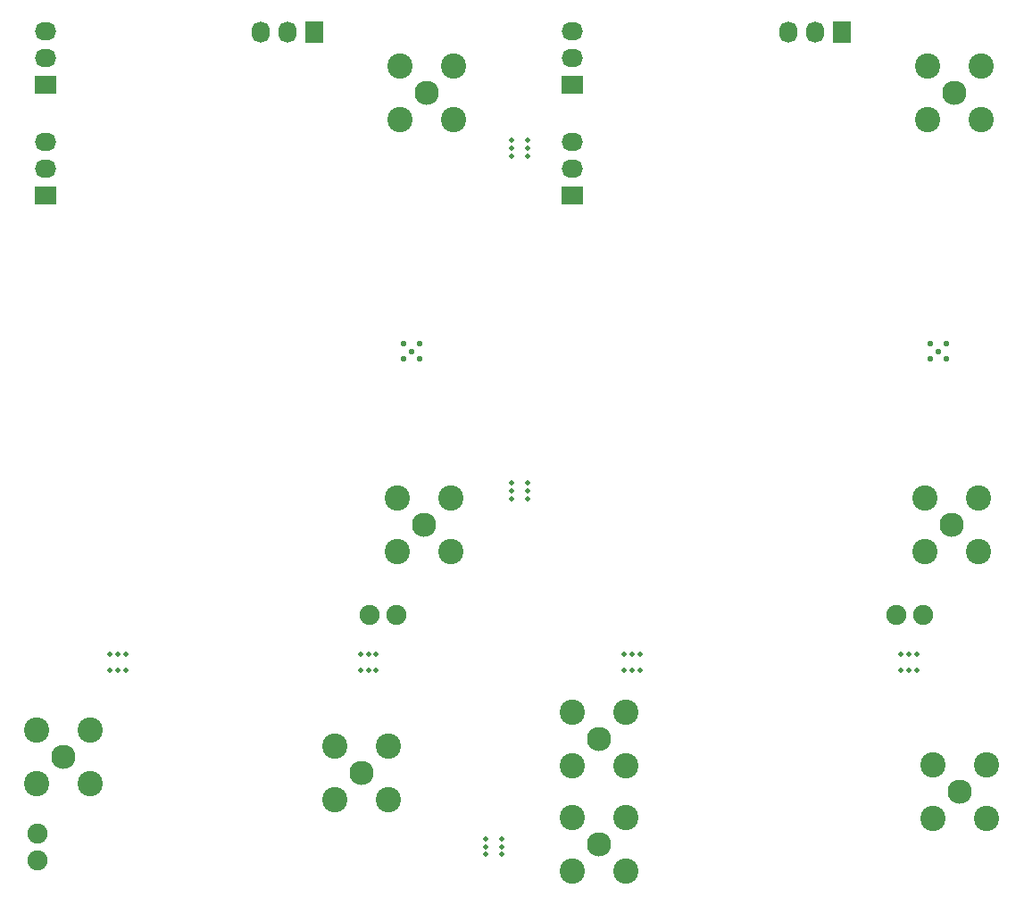
<source format=gbr>
G04 #@! TF.FileFunction,Soldermask,Bot*
%FSLAX46Y46*%
G04 Gerber Fmt 4.6, Leading zero omitted, Abs format (unit mm)*
G04 Created by KiCad (PCBNEW 4.0.6-e0-6349~53~ubuntu16.04.1) date Thu Jul 27 23:40:07 2017*
%MOMM*%
%LPD*%
G01*
G04 APERTURE LIST*
%ADD10C,0.100000*%
%ADD11C,1.900000*%
%ADD12R,2.032000X1.727200*%
%ADD13O,2.032000X1.727200*%
%ADD14R,1.727200X2.032000*%
%ADD15O,1.727200X2.032000*%
%ADD16C,2.400000*%
%ADD17C,2.300000*%
%ADD18C,0.500000*%
%ADD19C,0.590000*%
G04 APERTURE END LIST*
D10*
D11*
X135730000Y-110500000D03*
X138270000Y-110500000D03*
D12*
X105000000Y-70750000D03*
D13*
X105000000Y-68210000D03*
X105000000Y-65670000D03*
D14*
X130500000Y-55250000D03*
D15*
X127960000Y-55250000D03*
X125420000Y-55250000D03*
D16*
X143740000Y-63490000D03*
X143740000Y-58410000D03*
X138660000Y-58410000D03*
D17*
X141200000Y-60950000D03*
D16*
X138660000Y-63490000D03*
X143490000Y-104540000D03*
X143490000Y-99460000D03*
X138410000Y-99460000D03*
D17*
X140950000Y-102000000D03*
D16*
X138410000Y-104540000D03*
D12*
X105000000Y-60250000D03*
D13*
X105000000Y-57710000D03*
X105000000Y-55170000D03*
D12*
X155000000Y-60250000D03*
D13*
X155000000Y-57710000D03*
X155000000Y-55170000D03*
D18*
X149250000Y-66250000D03*
X150750000Y-66250000D03*
X149250000Y-65500000D03*
X149250000Y-67000000D03*
X150750000Y-67000000D03*
X150750000Y-65500000D03*
X149250000Y-98750000D03*
X150750000Y-98750000D03*
X149250000Y-98000000D03*
X149250000Y-99500000D03*
X150750000Y-99500000D03*
X150750000Y-98000000D03*
D16*
X104210000Y-126540000D03*
X109290000Y-126540000D03*
X109290000Y-121460000D03*
D17*
X106750000Y-124000000D03*
D16*
X104210000Y-121460000D03*
X132460000Y-128040000D03*
X137540000Y-128040000D03*
X137540000Y-122960000D03*
D17*
X135000000Y-125500000D03*
D16*
X132460000Y-122960000D03*
D11*
X104250000Y-131230000D03*
X104250000Y-133770000D03*
D16*
X193490000Y-104540000D03*
X193490000Y-99460000D03*
X188410000Y-99460000D03*
D17*
X190950000Y-102000000D03*
D16*
X188410000Y-104540000D03*
X193740000Y-63490000D03*
X193740000Y-58410000D03*
X188660000Y-58410000D03*
D17*
X191200000Y-60950000D03*
D16*
X188660000Y-63490000D03*
X154960000Y-124790000D03*
X160040000Y-124790000D03*
X160040000Y-119710000D03*
D17*
X157500000Y-122250000D03*
D16*
X154960000Y-119710000D03*
X154960000Y-134790000D03*
X160040000Y-134790000D03*
X160040000Y-129710000D03*
D17*
X157500000Y-132250000D03*
D16*
X154960000Y-129710000D03*
X189210000Y-129790000D03*
X194290000Y-129790000D03*
X194290000Y-124710000D03*
D17*
X191750000Y-127250000D03*
D16*
X189210000Y-124710000D03*
D18*
X135625000Y-114250000D03*
X135625000Y-115750000D03*
X136375000Y-114250000D03*
X134875000Y-114250000D03*
X134875000Y-115750000D03*
X136375000Y-115750000D03*
X146750000Y-132500000D03*
X148250000Y-132500000D03*
X146750000Y-131750000D03*
X146750000Y-133250000D03*
X148250000Y-133250000D03*
X148250000Y-131750000D03*
X111875000Y-114250000D03*
X111875000Y-115750000D03*
X112625000Y-114250000D03*
X111125000Y-114250000D03*
X111125000Y-115750000D03*
X112625000Y-115750000D03*
X186875000Y-114250000D03*
X186875000Y-115750000D03*
X187625000Y-114250000D03*
X186125000Y-114250000D03*
X186125000Y-115750000D03*
X187625000Y-115750000D03*
X160625000Y-114250000D03*
X160625000Y-115750000D03*
X161375000Y-114250000D03*
X159875000Y-114250000D03*
X159875000Y-115750000D03*
X161375000Y-115750000D03*
D14*
X180500000Y-55250000D03*
D15*
X177960000Y-55250000D03*
X175420000Y-55250000D03*
D12*
X155000000Y-70750000D03*
D13*
X155000000Y-68210000D03*
X155000000Y-65670000D03*
D11*
X185730000Y-110500000D03*
X188270000Y-110500000D03*
D19*
X189700000Y-85500000D03*
X188950000Y-86250000D03*
X188950000Y-84750000D03*
X190450000Y-86250000D03*
X190450000Y-84750000D03*
X139700000Y-85500000D03*
X138950000Y-86250000D03*
X138950000Y-84750000D03*
X140450000Y-86250000D03*
X140450000Y-84750000D03*
M02*

</source>
